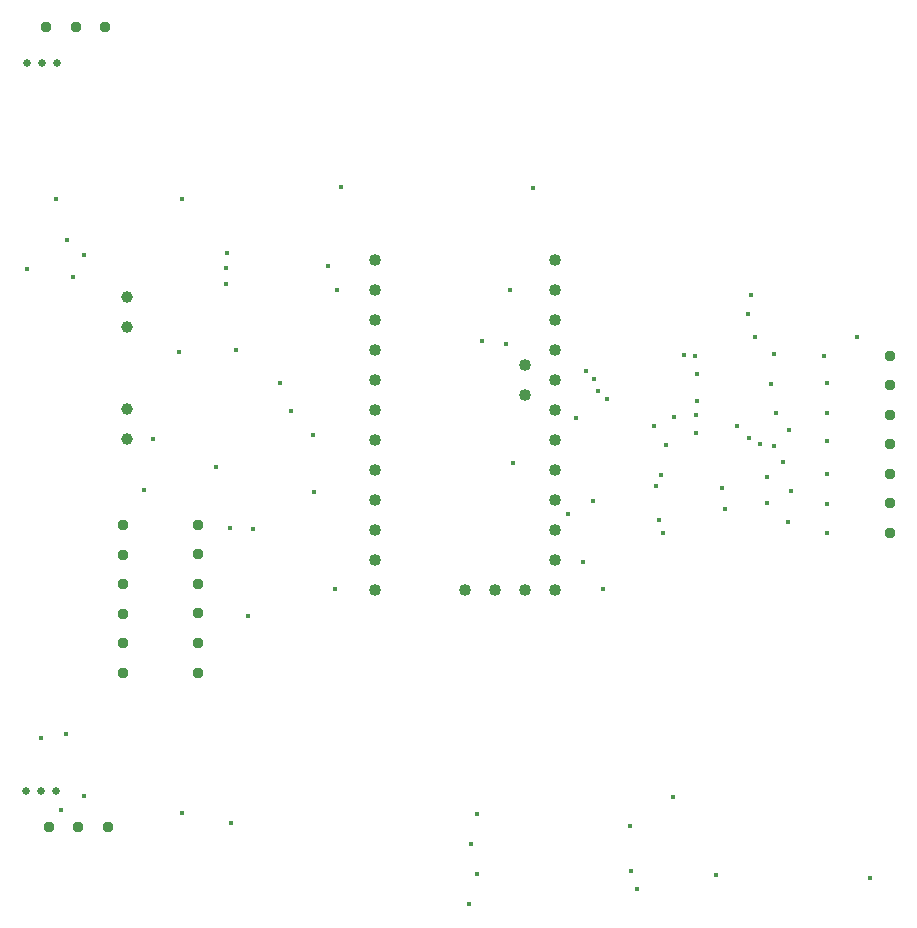
<source format=gbr>
%TF.GenerationSoftware,KiCad,Pcbnew,7.0.9*%
%TF.CreationDate,2024-01-03T22:08:59+05:30*%
%TF.ProjectId,BMS LTC6804-2,424d5320-4c54-4433-9638-30342d322e6b,rev?*%
%TF.SameCoordinates,Original*%
%TF.FileFunction,Plated,1,2,PTH,Drill*%
%TF.FilePolarity,Positive*%
%FSLAX46Y46*%
G04 Gerber Fmt 4.6, Leading zero omitted, Abs format (unit mm)*
G04 Created by KiCad (PCBNEW 7.0.9) date 2024-01-03 22:08:59*
%MOMM*%
%LPD*%
G01*
G04 APERTURE LIST*
%TA.AperFunction,ViaDrill*%
%ADD10C,0.400000*%
%TD*%
%TA.AperFunction,ComponentDrill*%
%ADD11C,0.650000*%
%TD*%
%TA.AperFunction,ComponentDrill*%
%ADD12C,0.950000*%
%TD*%
%TA.AperFunction,ComponentDrill*%
%ADD13C,1.000000*%
%TD*%
%TA.AperFunction,ComponentDrill*%
%ADD14C,1.016000*%
%TD*%
G04 APERTURE END LIST*
D10*
X24485600Y-45135800D03*
X25654000Y-84836000D03*
X26908000Y-39217600D03*
X27381200Y-90932000D03*
X27787600Y-84480400D03*
X27863800Y-42646600D03*
X28409300Y-45784100D03*
X29339500Y-43916600D03*
X29339500Y-89687400D03*
X34417000Y-63855600D03*
X35153600Y-59486800D03*
X37312600Y-52146200D03*
X37592000Y-39166800D03*
X37592000Y-91135200D03*
X40487600Y-61874400D03*
X41300400Y-46380400D03*
X41325800Y-45059600D03*
X41376600Y-43764200D03*
X41706800Y-67056000D03*
X41783000Y-91973400D03*
X42141000Y-51968400D03*
X43205400Y-74498200D03*
X43611800Y-67132200D03*
X45872400Y-54737000D03*
X46863000Y-57099200D03*
X48726600Y-59131200D03*
X48802800Y-63957200D03*
X49987200Y-44831000D03*
X50546000Y-72212200D03*
X50698400Y-46888400D03*
X51104800Y-38125400D03*
X61874400Y-98831400D03*
X62077600Y-93751400D03*
X62561400Y-91236800D03*
X62586800Y-96291400D03*
X63042800Y-51206400D03*
X65024000Y-51485800D03*
X65405000Y-46863000D03*
X65659000Y-61569600D03*
X67284600Y-38252400D03*
X70256400Y-65862200D03*
X70954300Y-57708800D03*
X71551800Y-69900800D03*
X71780400Y-53771800D03*
X72415400Y-64719200D03*
X72501428Y-54463987D03*
X72860662Y-55396702D03*
X73279000Y-72186800D03*
X73609200Y-56083200D03*
X75514200Y-92227400D03*
X75615800Y-96088200D03*
X76149200Y-97612200D03*
X77571600Y-58414500D03*
X77749400Y-63449200D03*
X78028800Y-66344800D03*
X78121785Y-62521657D03*
X78359000Y-67437000D03*
X78583700Y-59994800D03*
X79197200Y-89789000D03*
X79248500Y-57607200D03*
X80083411Y-52366023D03*
X81076800Y-52476400D03*
X81137603Y-57498014D03*
X81140208Y-58984679D03*
X81169585Y-54003592D03*
X81178400Y-56311800D03*
X82778600Y-96393000D03*
X83312000Y-63627000D03*
X83566000Y-65405000D03*
X84592032Y-58396957D03*
X85521800Y-48945800D03*
X85648800Y-59410600D03*
X85801200Y-47333500D03*
X86106000Y-50825400D03*
X86520929Y-59900431D03*
X87122000Y-62738000D03*
X87122000Y-64897000D03*
X87503000Y-54864000D03*
X87757000Y-52324000D03*
X87757000Y-60071000D03*
X87884000Y-57277000D03*
X88452994Y-61462235D03*
X88922199Y-66534898D03*
X88987830Y-58753097D03*
X89156362Y-63944772D03*
X91922000Y-52451000D03*
X92202000Y-54737000D03*
X92202000Y-57277000D03*
X92202000Y-59690000D03*
X92202000Y-62484000D03*
X92202000Y-65024000D03*
X92202000Y-67437000D03*
X94767400Y-50825400D03*
X95885000Y-96672400D03*
D11*
%TO.C,J6*%
X24368000Y-89281000D03*
%TO.C,J5*%
X24511000Y-27686000D03*
%TO.C,J6*%
X25638000Y-89281000D03*
%TO.C,J5*%
X25781000Y-27686000D03*
%TO.C,J6*%
X26908000Y-89281000D03*
%TO.C,J5*%
X27051000Y-27686000D03*
D12*
%TO.C,J4*%
X26115000Y-24638000D03*
%TO.C,J3*%
X26329000Y-92384000D03*
%TO.C,J4*%
X28615000Y-24638000D03*
%TO.C,J3*%
X28829000Y-92384000D03*
%TO.C,J4*%
X31115000Y-24638000D03*
%TO.C,J3*%
X31329000Y-92384000D03*
%TO.C,J1*%
X32639000Y-66802000D03*
X32639000Y-69302000D03*
X32639000Y-71802000D03*
X32639000Y-74302000D03*
X32639000Y-76802000D03*
X32639000Y-79302000D03*
%TO.C,J2*%
X38972000Y-66775000D03*
X38972000Y-69275000D03*
X38972000Y-71775000D03*
X38972000Y-74275000D03*
X38972000Y-76775000D03*
X38972000Y-79275000D03*
%TO.C,J9*%
X97536000Y-52451000D03*
X97536000Y-54951000D03*
X97536000Y-57451000D03*
X97536000Y-59951000D03*
X97536000Y-62451000D03*
X97536000Y-64951000D03*
X97536000Y-67451000D03*
D13*
%TO.C,J7*%
X32914000Y-47518000D03*
X32914000Y-50018000D03*
%TO.C,J8*%
X32914000Y-56968000D03*
X32914000Y-59468000D03*
D14*
%TO.C,A1*%
X53975000Y-44323000D03*
X53975000Y-46863000D03*
X53975000Y-49403000D03*
X53975000Y-51943000D03*
X53975000Y-54483000D03*
X53975000Y-57023000D03*
X53975000Y-59563000D03*
X53975000Y-62103000D03*
X53975000Y-64643000D03*
X53975000Y-67183000D03*
X53975000Y-69723000D03*
X53975000Y-72263000D03*
X61595000Y-72263000D03*
X64135000Y-72263000D03*
X66675000Y-53213000D03*
X66675000Y-55753000D03*
X66675000Y-72263000D03*
X69215000Y-44323000D03*
X69215000Y-46863000D03*
X69215000Y-49403000D03*
X69215000Y-51943000D03*
X69215000Y-54483000D03*
X69215000Y-57023000D03*
X69215000Y-59563000D03*
X69215000Y-62103000D03*
X69215000Y-64643000D03*
X69215000Y-67183000D03*
X69215000Y-69723000D03*
X69215000Y-72263000D03*
M02*

</source>
